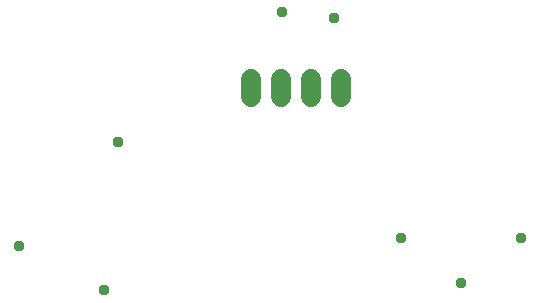
<source format=gbr>
G04 EAGLE Gerber RS-274X export*
G75*
%MOMM*%
%FSLAX34Y34*%
%LPD*%
%INSoldermask Bottom*%
%IPPOS*%
%AMOC8*
5,1,8,0,0,1.08239X$1,22.5*%
G01*
%ADD10C,1.727200*%
%ADD11C,0.959600*%


D10*
X495300Y411480D02*
X495300Y426720D01*
X520700Y426720D02*
X520700Y411480D01*
X546100Y411480D02*
X546100Y426720D01*
X571500Y426720D02*
X571500Y411480D01*
D11*
X521208Y483616D03*
X382524Y373380D03*
X565404Y478536D03*
X370332Y248412D03*
X298196Y286004D03*
X621792Y292608D03*
X673100Y254000D03*
X723900Y292100D03*
M02*

</source>
